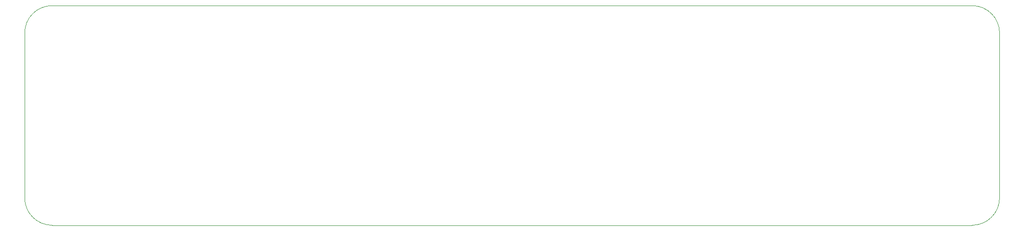
<source format=gbr>
%TF.GenerationSoftware,KiCad,Pcbnew,8.0.3*%
%TF.CreationDate,2024-08-03T11:39:00-05:00*%
%TF.ProjectId,1024 Capacitor Discharger,31303234-2043-4617-9061-6369746f7220,rev?*%
%TF.SameCoordinates,PX4153a20PY6dac2c0*%
%TF.FileFunction,Profile,NP*%
%FSLAX46Y46*%
G04 Gerber Fmt 4.6, Leading zero omitted, Abs format (unit mm)*
G04 Created by KiCad (PCBNEW 8.0.3) date 2024-08-03 11:39:00*
%MOMM*%
%LPD*%
G01*
G04 APERTURE LIST*
%TA.AperFunction,Profile*%
%ADD10C,0.100000*%
%TD*%
G04 APERTURE END LIST*
D10*
X5000000Y0D02*
G75*
G02*
X0Y5000000I0J5000000D01*
G01*
X172500000Y40000000D02*
G75*
G02*
X177500000Y35000000I0J-5000000D01*
G01*
X5000000Y40000000D02*
X172500000Y40000000D01*
X0Y35000000D02*
X0Y5000000D01*
X177500000Y35000000D02*
X177500000Y5000000D01*
X0Y35000000D02*
G75*
G02*
X5000000Y40000000I5000000J0D01*
G01*
X177500000Y5000000D02*
G75*
G02*
X172500000Y0I-5000000J0D01*
G01*
X172500000Y0D02*
X5000000Y0D01*
M02*

</source>
